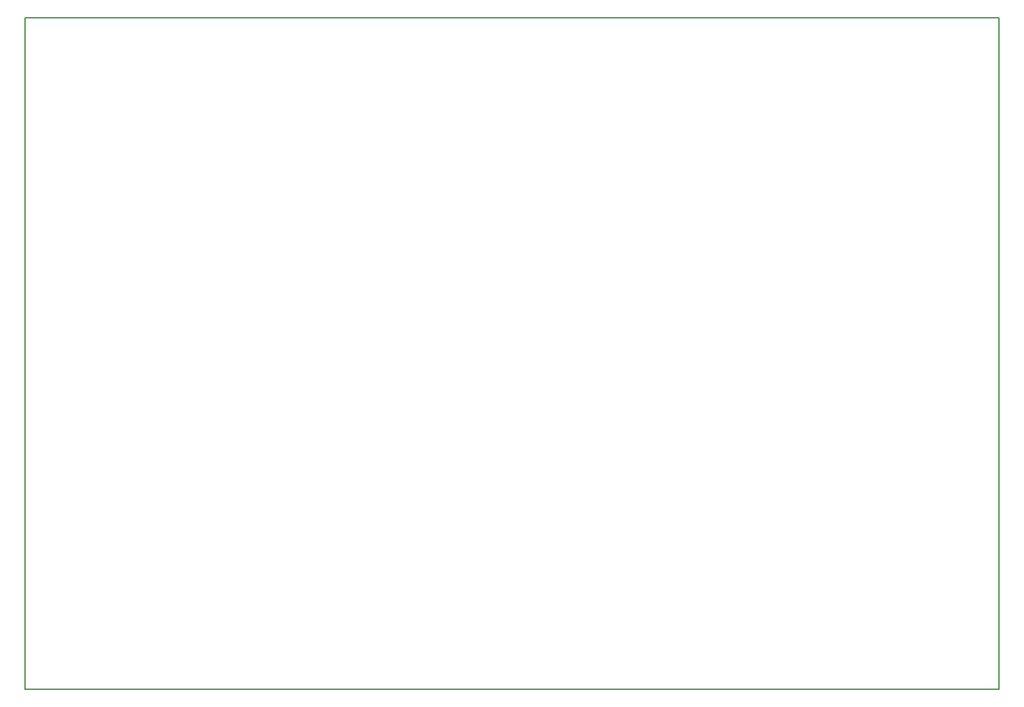
<source format=gbr>
%TF.GenerationSoftware,KiCad,Pcbnew,8.0.5*%
%TF.CreationDate,2024-12-14T11:54:29+02:00*%
%TF.ProjectId,embedded_system_project,656d6265-6464-4656-945f-73797374656d,rev?*%
%TF.SameCoordinates,Original*%
%TF.FileFunction,Profile,NP*%
%FSLAX46Y46*%
G04 Gerber Fmt 4.6, Leading zero omitted, Abs format (unit mm)*
G04 Created by KiCad (PCBNEW 8.0.5) date 2024-12-14 11:54:29*
%MOMM*%
%LPD*%
G01*
G04 APERTURE LIST*
%TA.AperFunction,Profile*%
%ADD10C,0.200000*%
%TD*%
G04 APERTURE END LIST*
D10*
X12400000Y-12200000D02*
X137600000Y-12200000D01*
X137600000Y-98600000D01*
X12400000Y-98600000D01*
X12400000Y-12200000D01*
M02*

</source>
